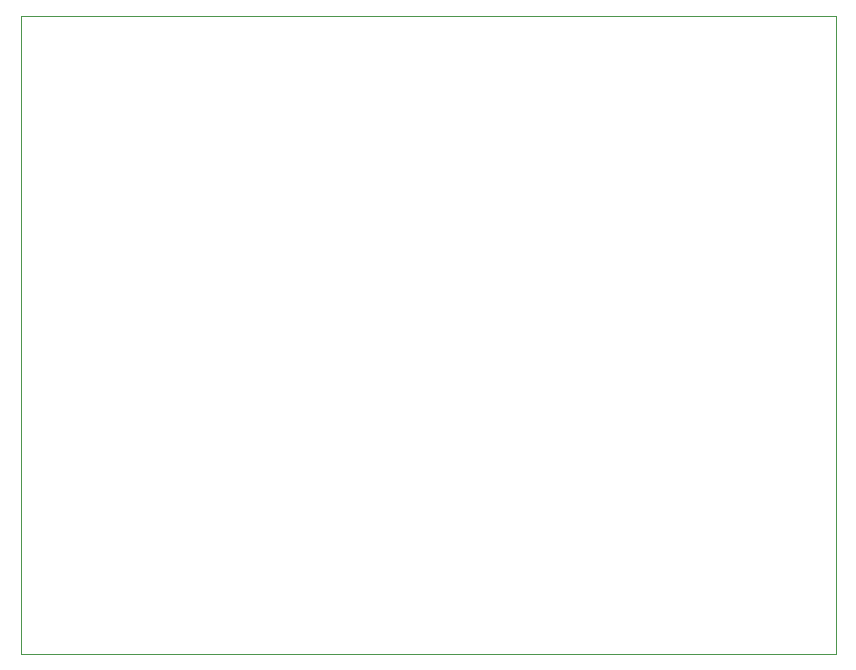
<source format=gbr>
%TF.GenerationSoftware,KiCad,Pcbnew,9.0.6-9.0.6~ubuntu24.04.1*%
%TF.CreationDate,2025-12-27T13:27:05+01:00*%
%TF.ProjectId,controller_board,636f6e74-726f-46c6-9c65-725f626f6172,rev?*%
%TF.SameCoordinates,Original*%
%TF.FileFunction,Profile,NP*%
%FSLAX46Y46*%
G04 Gerber Fmt 4.6, Leading zero omitted, Abs format (unit mm)*
G04 Created by KiCad (PCBNEW 9.0.6-9.0.6~ubuntu24.04.1) date 2025-12-27 13:27:05*
%MOMM*%
%LPD*%
G01*
G04 APERTURE LIST*
%TA.AperFunction,Profile*%
%ADD10C,0.050000*%
%TD*%
G04 APERTURE END LIST*
D10*
X69000000Y-63000000D02*
X138000000Y-63000000D01*
X138000000Y-117000000D01*
X69000000Y-117000000D01*
X69000000Y-63000000D01*
M02*

</source>
